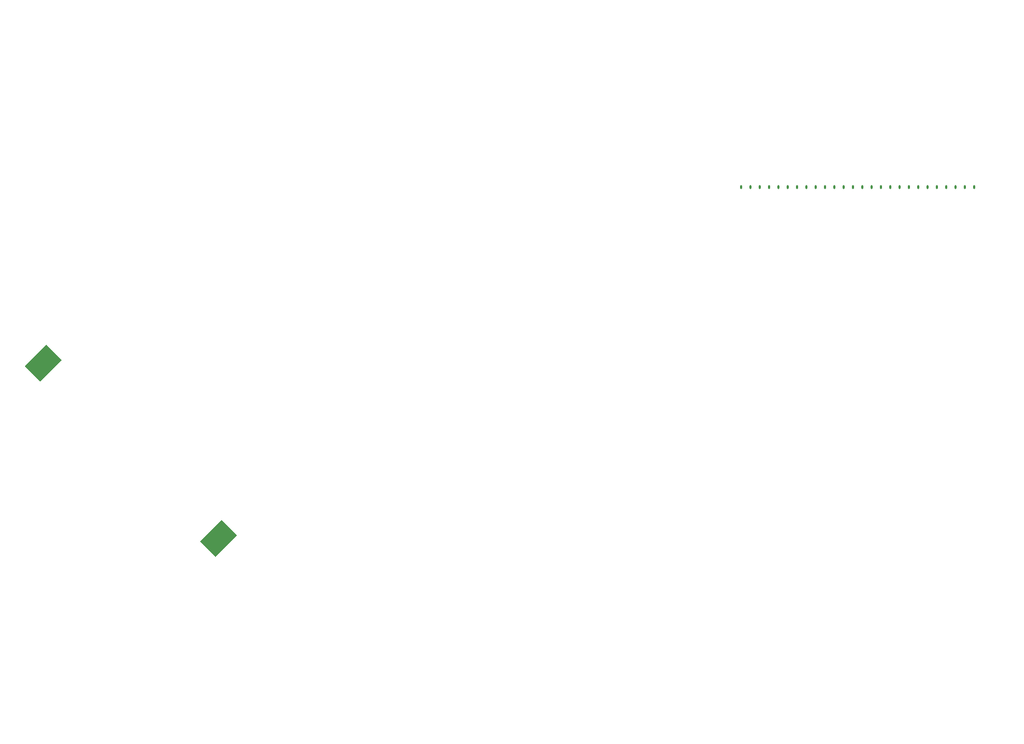
<source format=gbp>
G04 #@! TF.GenerationSoftware,KiCad,Pcbnew,8.0.9-8.0.9-0~ubuntu24.04.1*
G04 #@! TF.CreationDate,2025-03-06T21:50:42+00:00*
G04 #@! TF.ProjectId,hellen88bmw,68656c6c-656e-4383-9862-6d772e6b6963,B*
G04 #@! TF.SameCoordinates,PX3d1b110PY9269338*
G04 #@! TF.FileFunction,Paste,Bot*
G04 #@! TF.FilePolarity,Positive*
%FSLAX46Y46*%
G04 Gerber Fmt 4.6, Leading zero omitted, Abs format (unit mm)*
G04 Created by KiCad (PCBNEW 8.0.9-8.0.9-0~ubuntu24.04.1) date 2025-03-06 21:50:42*
%MOMM*%
%LPD*%
G01*
G04 APERTURE LIST*
%ADD10O,0.000001X0.000001*%
G04 APERTURE END LIST*
G04 #@! TO.C,M7*
G36*
G01*
X114671000Y65148000D02*
X114671000Y65398000D01*
G75*
G02*
X114796000Y65523000I125000J0D01*
G01*
X114796000Y65523000D01*
G75*
G02*
X114921000Y65398000I0J-125000D01*
G01*
X114921000Y65148000D01*
G75*
G02*
X114796000Y65023000I-125000J0D01*
G01*
X114796000Y65023000D01*
G75*
G02*
X114671000Y65148000I0J125000D01*
G01*
G37*
G36*
G01*
X113820996Y65398000D02*
X113820996Y65148000D01*
G75*
G02*
X113695996Y65023000I-125000J0D01*
G01*
X113695996Y65023000D01*
G75*
G02*
X113570996Y65148000I0J125000D01*
G01*
X113570996Y65398000D01*
G75*
G02*
X113695996Y65523000I125000J0D01*
G01*
X113695996Y65523000D01*
G75*
G02*
X113820996Y65398000I0J-125000D01*
G01*
G37*
G36*
G01*
X112720995Y65398000D02*
X112720995Y65148000D01*
G75*
G02*
X112595995Y65023000I-125000J0D01*
G01*
X112595995Y65023000D01*
G75*
G02*
X112470995Y65148000I0J125000D01*
G01*
X112470995Y65398000D01*
G75*
G02*
X112595995Y65523000I125000J0D01*
G01*
X112595995Y65523000D01*
G75*
G02*
X112720995Y65398000I0J-125000D01*
G01*
G37*
G36*
G01*
X111620998Y65398000D02*
X111620998Y65148000D01*
G75*
G02*
X111495998Y65023000I-125000J0D01*
G01*
X111495998Y65023000D01*
G75*
G02*
X111370998Y65148000I0J125000D01*
G01*
X111370998Y65398000D01*
G75*
G02*
X111495998Y65523000I125000J0D01*
G01*
X111495998Y65523000D01*
G75*
G02*
X111620998Y65398000I0J-125000D01*
G01*
G37*
G36*
G01*
X110521000Y65398000D02*
X110521000Y65148000D01*
G75*
G02*
X110396000Y65023000I-125000J0D01*
G01*
X110396000Y65023000D01*
G75*
G02*
X110271000Y65148000I0J125000D01*
G01*
X110271000Y65398000D01*
G75*
G02*
X110396000Y65523000I125000J0D01*
G01*
X110396000Y65523000D01*
G75*
G02*
X110521000Y65398000I0J-125000D01*
G01*
G37*
G36*
G01*
X109421002Y65398000D02*
X109421002Y65148000D01*
G75*
G02*
X109296002Y65023000I-125000J0D01*
G01*
X109296002Y65023000D01*
G75*
G02*
X109171002Y65148000I0J125000D01*
G01*
X109171002Y65398000D01*
G75*
G02*
X109296002Y65523000I125000J0D01*
G01*
X109296002Y65523000D01*
G75*
G02*
X109421002Y65398000I0J-125000D01*
G01*
G37*
G36*
G01*
X108321004Y65398000D02*
X108321004Y65148000D01*
G75*
G02*
X108196004Y65023000I-125000J0D01*
G01*
X108196004Y65023000D01*
G75*
G02*
X108071004Y65148000I0J125000D01*
G01*
X108071004Y65398000D01*
G75*
G02*
X108196004Y65523000I125000J0D01*
G01*
X108196004Y65523000D01*
G75*
G02*
X108321004Y65398000I0J-125000D01*
G01*
G37*
G36*
G01*
X107221006Y65398000D02*
X107221006Y65148000D01*
G75*
G02*
X107096006Y65023000I-125000J0D01*
G01*
X107096006Y65023000D01*
G75*
G02*
X106971006Y65148000I0J125000D01*
G01*
X106971006Y65398000D01*
G75*
G02*
X107096006Y65523000I125000J0D01*
G01*
X107096006Y65523000D01*
G75*
G02*
X107221006Y65398000I0J-125000D01*
G01*
G37*
G36*
G01*
X106121009Y65398000D02*
X106121009Y65148000D01*
G75*
G02*
X105996009Y65023000I-125000J0D01*
G01*
X105996009Y65023000D01*
G75*
G02*
X105871009Y65148000I0J125000D01*
G01*
X105871009Y65398000D01*
G75*
G02*
X105996009Y65523000I125000J0D01*
G01*
X105996009Y65523000D01*
G75*
G02*
X106121009Y65398000I0J-125000D01*
G01*
G37*
G36*
G01*
X105021011Y65398000D02*
X105021011Y65148000D01*
G75*
G02*
X104896011Y65023000I-125000J0D01*
G01*
X104896011Y65023000D01*
G75*
G02*
X104771011Y65148000I0J125000D01*
G01*
X104771011Y65398000D01*
G75*
G02*
X104896011Y65523000I125000J0D01*
G01*
X104896011Y65523000D01*
G75*
G02*
X105021011Y65398000I0J-125000D01*
G01*
G37*
G36*
G01*
X103921013Y65398000D02*
X103921013Y65148000D01*
G75*
G02*
X103796013Y65023000I-125000J0D01*
G01*
X103796013Y65023000D01*
G75*
G02*
X103671013Y65148000I0J125000D01*
G01*
X103671013Y65398000D01*
G75*
G02*
X103796013Y65523000I125000J0D01*
G01*
X103796013Y65523000D01*
G75*
G02*
X103921013Y65398000I0J-125000D01*
G01*
G37*
G36*
G01*
X102821015Y65398000D02*
X102821015Y65148000D01*
G75*
G02*
X102696015Y65023000I-125000J0D01*
G01*
X102696015Y65023000D01*
G75*
G02*
X102571015Y65148000I0J125000D01*
G01*
X102571015Y65398000D01*
G75*
G02*
X102696015Y65523000I125000J0D01*
G01*
X102696015Y65523000D01*
G75*
G02*
X102821015Y65398000I0J-125000D01*
G01*
G37*
G36*
G01*
X101721017Y65398000D02*
X101721017Y65148000D01*
G75*
G02*
X101596017Y65023000I-125000J0D01*
G01*
X101596017Y65023000D01*
G75*
G02*
X101471017Y65148000I0J125000D01*
G01*
X101471017Y65398000D01*
G75*
G02*
X101596017Y65523000I125000J0D01*
G01*
X101596017Y65523000D01*
G75*
G02*
X101721017Y65398000I0J-125000D01*
G01*
G37*
G36*
G01*
X100621020Y65398000D02*
X100621020Y65148000D01*
G75*
G02*
X100496020Y65023000I-125000J0D01*
G01*
X100496020Y65023000D01*
G75*
G02*
X100371020Y65148000I0J125000D01*
G01*
X100371020Y65398000D01*
G75*
G02*
X100496020Y65523000I125000J0D01*
G01*
X100496020Y65523000D01*
G75*
G02*
X100621020Y65398000I0J-125000D01*
G01*
G37*
G36*
G01*
X99521022Y65398000D02*
X99521022Y65148000D01*
G75*
G02*
X99396022Y65023000I-125000J0D01*
G01*
X99396022Y65023000D01*
G75*
G02*
X99271022Y65148000I0J125000D01*
G01*
X99271022Y65398000D01*
G75*
G02*
X99396022Y65523000I125000J0D01*
G01*
X99396022Y65523000D01*
G75*
G02*
X99521022Y65398000I0J-125000D01*
G01*
G37*
G36*
G01*
X98421024Y65398000D02*
X98421024Y65148000D01*
G75*
G02*
X98296024Y65023000I-125000J0D01*
G01*
X98296024Y65023000D01*
G75*
G02*
X98171024Y65148000I0J125000D01*
G01*
X98171024Y65398000D01*
G75*
G02*
X98296024Y65523000I125000J0D01*
G01*
X98296024Y65523000D01*
G75*
G02*
X98421024Y65398000I0J-125000D01*
G01*
G37*
G36*
G01*
X97321026Y65398000D02*
X97321026Y65148000D01*
G75*
G02*
X97196026Y65023000I-125000J0D01*
G01*
X97196026Y65023000D01*
G75*
G02*
X97071026Y65148000I0J125000D01*
G01*
X97071026Y65398000D01*
G75*
G02*
X97196026Y65523000I125000J0D01*
G01*
X97196026Y65523000D01*
G75*
G02*
X97321026Y65398000I0J-125000D01*
G01*
G37*
G36*
G01*
X96221028Y65398000D02*
X96221028Y65148000D01*
G75*
G02*
X96096028Y65023000I-125000J0D01*
G01*
X96096028Y65023000D01*
G75*
G02*
X95971028Y65148000I0J125000D01*
G01*
X95971028Y65398000D01*
G75*
G02*
X96096028Y65523000I125000J0D01*
G01*
X96096028Y65523000D01*
G75*
G02*
X96221028Y65398000I0J-125000D01*
G01*
G37*
G36*
G01*
X95121031Y65398000D02*
X95121031Y65148000D01*
G75*
G02*
X94996031Y65023000I-125000J0D01*
G01*
X94996031Y65023000D01*
G75*
G02*
X94871031Y65148000I0J125000D01*
G01*
X94871031Y65398000D01*
G75*
G02*
X94996031Y65523000I125000J0D01*
G01*
X94996031Y65523000D01*
G75*
G02*
X95121031Y65398000I0J-125000D01*
G01*
G37*
G36*
G01*
X94021033Y65398000D02*
X94021033Y65148000D01*
G75*
G02*
X93896033Y65023000I-125000J0D01*
G01*
X93896033Y65023000D01*
G75*
G02*
X93771033Y65148000I0J125000D01*
G01*
X93771033Y65398000D01*
G75*
G02*
X93896033Y65523000I125000J0D01*
G01*
X93896033Y65523000D01*
G75*
G02*
X94021033Y65398000I0J-125000D01*
G01*
G37*
G36*
G01*
X92921035Y65398000D02*
X92921035Y65148000D01*
G75*
G02*
X92796035Y65023000I-125000J0D01*
G01*
X92796035Y65023000D01*
G75*
G02*
X92671035Y65148000I0J125000D01*
G01*
X92671035Y65398000D01*
G75*
G02*
X92796035Y65523000I125000J0D01*
G01*
X92796035Y65523000D01*
G75*
G02*
X92921035Y65398000I0J-125000D01*
G01*
G37*
G36*
G01*
X91821037Y65398000D02*
X91821037Y65148000D01*
G75*
G02*
X91696037Y65023000I-125000J0D01*
G01*
X91696037Y65023000D01*
G75*
G02*
X91571037Y65148000I0J125000D01*
G01*
X91571037Y65398000D01*
G75*
G02*
X91696037Y65523000I125000J0D01*
G01*
X91696037Y65523000D01*
G75*
G02*
X91821037Y65398000I0J-125000D01*
G01*
G37*
G36*
G01*
X90721039Y65398000D02*
X90721039Y65148000D01*
G75*
G02*
X90596039Y65023000I-125000J0D01*
G01*
X90596039Y65023000D01*
G75*
G02*
X90471039Y65148000I0J125000D01*
G01*
X90471039Y65398000D01*
G75*
G02*
X90596039Y65523000I125000J0D01*
G01*
X90596039Y65523000D01*
G75*
G02*
X90721039Y65398000I0J-125000D01*
G01*
G37*
G36*
G01*
X89621042Y65398000D02*
X89621042Y65148000D01*
G75*
G02*
X89496042Y65023000I-125000J0D01*
G01*
X89496042Y65023000D01*
G75*
G02*
X89371042Y65148000I0J125000D01*
G01*
X89371042Y65398000D01*
G75*
G02*
X89496042Y65523000I125000J0D01*
G01*
X89496042Y65523000D01*
G75*
G02*
X89621042Y65398000I0J-125000D01*
G01*
G37*
G36*
G01*
X88521044Y65398000D02*
X88521044Y65148000D01*
G75*
G02*
X88396044Y65023000I-125000J0D01*
G01*
X88396044Y65023000D01*
G75*
G02*
X88271044Y65148000I0J125000D01*
G01*
X88271044Y65398000D01*
G75*
G02*
X88396044Y65523000I125000J0D01*
G01*
X88396044Y65523000D01*
G75*
G02*
X88521044Y65398000I0J-125000D01*
G01*
G37*
G36*
G01*
X87421046Y65398000D02*
X87421046Y65148000D01*
G75*
G02*
X87296046Y65023000I-125000J0D01*
G01*
X87296046Y65023000D01*
G75*
G02*
X87171046Y65148000I0J125000D01*
G01*
X87171046Y65398000D01*
G75*
G02*
X87296046Y65523000I125000J0D01*
G01*
X87296046Y65523000D01*
G75*
G02*
X87421046Y65398000I0J-125000D01*
G01*
G37*
G04 #@! TD*
D10*
G04 #@! TO.C,M9*
X46074449Y85273000D03*
X47049461Y85172995D03*
X47919218Y85273000D03*
X48649455Y85273000D03*
X49544218Y85273000D03*
X51619218Y85273000D03*
X52519214Y85273000D03*
X53229456Y85273000D03*
X54249457Y85173000D03*
X55424456Y85173000D03*
X56774455Y85173000D03*
X57949454Y85173000D03*
X58849455Y84242761D03*
X58849455Y83548002D03*
X58849455Y82867762D03*
X58754457Y82048000D03*
X58849455Y80742763D03*
X58754457Y79772998D03*
X58849455Y78498000D03*
X58849455Y77847998D03*
X58754457Y76647998D03*
X58754457Y75572994D03*
X58754457Y74697992D03*
X58849455Y73873000D03*
X58849455Y68022999D03*
G04 #@! TD*
G04 #@! TO.C,M13*
X117838493Y16407827D03*
X117068499Y1582810D03*
X110088501Y2857844D03*
G04 #@! TD*
G04 #@! TO.C,BT1*
G36*
X23393083Y23410333D02*
G01*
X25938667Y25955917D01*
X27777145Y24117439D01*
X25231561Y21571855D01*
X23393083Y23410333D01*
G37*
G36*
X2674855Y44128561D02*
G01*
X5220439Y46674145D01*
X7058917Y44835667D01*
X4513333Y42290083D01*
X2674855Y44128561D01*
G37*
G04 #@! TD*
M02*

</source>
